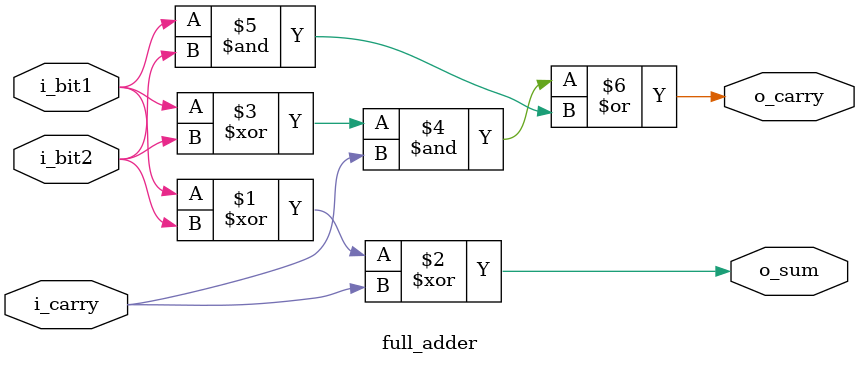
<source format=v>
module full_adder
	(
		input		i_bit1,
		input		i_bit2,
		input		i_carry,
		output	o_sum,
		output	o_carry
		);
		assign o_sum		= i_bit1^i_bit2^i_carry;
		assign o_carry	= (i_bit1^i_bit2)&i_carry|(i_bit1&i_bit2);
endmodule

</source>
